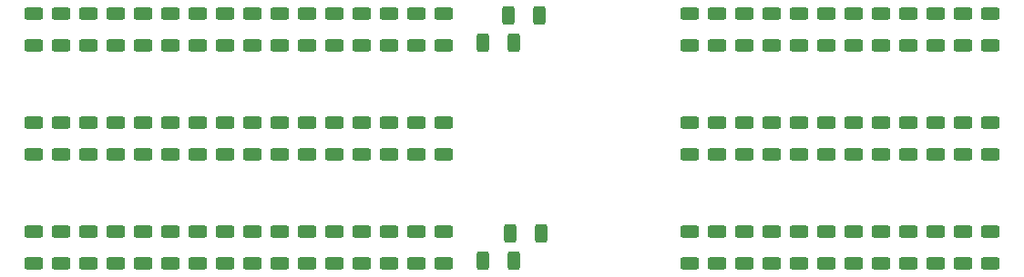
<source format=gbr>
%TF.GenerationSoftware,KiCad,Pcbnew,7.0.5*%
%TF.CreationDate,2024-12-02T20:38:50-05:00*%
%TF.ProjectId,stepper_motor_controller_2,73746570-7065-4725-9f6d-6f746f725f63,rev?*%
%TF.SameCoordinates,Original*%
%TF.FileFunction,Paste,Bot*%
%TF.FilePolarity,Positive*%
%FSLAX46Y46*%
G04 Gerber Fmt 4.6, Leading zero omitted, Abs format (unit mm)*
G04 Created by KiCad (PCBNEW 7.0.5) date 2024-12-02 20:38:50*
%MOMM*%
%LPD*%
G01*
G04 APERTURE LIST*
G04 Aperture macros list*
%AMRoundRect*
0 Rectangle with rounded corners*
0 $1 Rounding radius*
0 $2 $3 $4 $5 $6 $7 $8 $9 X,Y pos of 4 corners*
0 Add a 4 corners polygon primitive as box body*
4,1,4,$2,$3,$4,$5,$6,$7,$8,$9,$2,$3,0*
0 Add four circle primitives for the rounded corners*
1,1,$1+$1,$2,$3*
1,1,$1+$1,$4,$5*
1,1,$1+$1,$6,$7*
1,1,$1+$1,$8,$9*
0 Add four rect primitives between the rounded corners*
20,1,$1+$1,$2,$3,$4,$5,0*
20,1,$1+$1,$4,$5,$6,$7,0*
20,1,$1+$1,$6,$7,$8,$9,0*
20,1,$1+$1,$8,$9,$2,$3,0*%
G04 Aperture macros list end*
%ADD10RoundRect,0.250000X0.625000X-0.312500X0.625000X0.312500X-0.625000X0.312500X-0.625000X-0.312500X0*%
%ADD11RoundRect,0.250000X-0.625000X0.312500X-0.625000X-0.312500X0.625000X-0.312500X0.625000X0.312500X0*%
%ADD12RoundRect,0.250000X0.312500X0.625000X-0.312500X0.625000X-0.312500X-0.625000X0.312500X-0.625000X0*%
G04 APERTURE END LIST*
D10*
%TO.C,R42*%
X146050000Y-60462500D03*
X146050000Y-57537500D03*
%TD*%
D11*
%TO.C,R27*%
X207010000Y-67697500D03*
X207010000Y-70622500D03*
%TD*%
D10*
%TO.C,R75*%
X222250000Y-60462500D03*
X222250000Y-57537500D03*
%TD*%
D11*
%TO.C,R44*%
X158750000Y-67697500D03*
X158750000Y-70622500D03*
%TD*%
%TO.C,R43*%
X166370000Y-67697500D03*
X166370000Y-70622500D03*
%TD*%
%TO.C,R3*%
X146050000Y-67697500D03*
X146050000Y-70622500D03*
%TD*%
D10*
%TO.C,R88*%
X214630000Y-80782500D03*
X214630000Y-77857500D03*
%TD*%
%TO.C,R39*%
X151130000Y-60462500D03*
X151130000Y-57537500D03*
%TD*%
%TO.C,R81*%
X199390000Y-60462500D03*
X199390000Y-57537500D03*
%TD*%
D11*
%TO.C,R12*%
X151130000Y-67697500D03*
X151130000Y-70622500D03*
%TD*%
D10*
%TO.C,R62*%
X173990000Y-80782500D03*
X173990000Y-77857500D03*
%TD*%
%TO.C,R10*%
X163830000Y-60462500D03*
X163830000Y-57537500D03*
%TD*%
%TO.C,R22*%
X207010000Y-80782500D03*
X207010000Y-77857500D03*
%TD*%
%TO.C,R20*%
X217170000Y-60462500D03*
X217170000Y-57537500D03*
%TD*%
%TO.C,R1*%
X148590000Y-60462500D03*
X148590000Y-57537500D03*
%TD*%
D11*
%TO.C,R72*%
X140970000Y-67697500D03*
X140970000Y-70622500D03*
%TD*%
D10*
%TO.C,R9*%
X161290000Y-60462500D03*
X161290000Y-57537500D03*
%TD*%
%TO.C,R61*%
X171450000Y-80782500D03*
X171450000Y-77857500D03*
%TD*%
D12*
%TO.C,R18*%
X183072500Y-60270000D03*
X180147500Y-60270000D03*
%TD*%
D10*
%TO.C,R85*%
X222250000Y-80782500D03*
X222250000Y-77857500D03*
%TD*%
D11*
%TO.C,R28*%
X199390000Y-67697500D03*
X199390000Y-70622500D03*
%TD*%
%TO.C,R77*%
X204470000Y-67697500D03*
X204470000Y-70622500D03*
%TD*%
D10*
%TO.C,R54*%
X166370000Y-60462500D03*
X166370000Y-57537500D03*
%TD*%
D12*
%TO.C,R17*%
X185420000Y-57730000D03*
X182495000Y-57730000D03*
%TD*%
D11*
%TO.C,R31*%
X214630000Y-67697500D03*
X214630000Y-70622500D03*
%TD*%
D10*
%TO.C,R70*%
X156210000Y-80782500D03*
X156210000Y-77857500D03*
%TD*%
D11*
%TO.C,R59*%
X173990000Y-67697500D03*
X173990000Y-70622500D03*
%TD*%
%TO.C,R47*%
X176530000Y-67697500D03*
X176530000Y-70622500D03*
%TD*%
%TO.C,R58*%
X161290000Y-67697500D03*
X161290000Y-70622500D03*
%TD*%
%TO.C,R79*%
X217170000Y-67697500D03*
X217170000Y-70622500D03*
%TD*%
%TO.C,R57*%
X163830000Y-67697500D03*
X163830000Y-70622500D03*
%TD*%
D12*
%TO.C,R51*%
X185612500Y-78050000D03*
X182687500Y-78050000D03*
%TD*%
D10*
%TO.C,R36*%
X204470000Y-60462500D03*
X204470000Y-57537500D03*
%TD*%
%TO.C,R6*%
X143510000Y-60462500D03*
X143510000Y-57537500D03*
%TD*%
%TO.C,R21*%
X199390000Y-80782500D03*
X199390000Y-77857500D03*
%TD*%
%TO.C,R14*%
X176530000Y-60462500D03*
X176530000Y-57537500D03*
%TD*%
%TO.C,R69*%
X148590000Y-80782500D03*
X148590000Y-77857500D03*
%TD*%
%TO.C,R24*%
X227330000Y-60462500D03*
X227330000Y-57537500D03*
%TD*%
%TO.C,R73*%
X212090000Y-60462500D03*
X212090000Y-57537500D03*
%TD*%
%TO.C,R8*%
X153670000Y-80782500D03*
X153670000Y-77857500D03*
%TD*%
%TO.C,R23*%
X219710000Y-60462500D03*
X219710000Y-57537500D03*
%TD*%
%TO.C,R56*%
X173990000Y-60462500D03*
X173990000Y-57537500D03*
%TD*%
%TO.C,R63*%
X161290000Y-80782500D03*
X161290000Y-77857500D03*
%TD*%
%TO.C,R82*%
X207010000Y-60462500D03*
X207010000Y-57537500D03*
%TD*%
%TO.C,R66*%
X146050000Y-80782500D03*
X146050000Y-77857500D03*
%TD*%
D11*
%TO.C,R32*%
X209550000Y-67697500D03*
X209550000Y-70622500D03*
%TD*%
%TO.C,R80*%
X212090000Y-67697500D03*
X212090000Y-70622500D03*
%TD*%
D10*
%TO.C,R5*%
X140970000Y-60462500D03*
X140970000Y-57537500D03*
%TD*%
%TO.C,R53*%
X158750000Y-60462500D03*
X158750000Y-57537500D03*
%TD*%
%TO.C,R7*%
X151130000Y-80782500D03*
X151130000Y-77857500D03*
%TD*%
%TO.C,R74*%
X214630000Y-60462500D03*
X214630000Y-57537500D03*
%TD*%
%TO.C,R30*%
X227330000Y-80782500D03*
X227330000Y-77857500D03*
%TD*%
%TO.C,R29*%
X219710000Y-80782500D03*
X219710000Y-77857500D03*
%TD*%
%TO.C,R50*%
X176530000Y-80782500D03*
X176530000Y-77857500D03*
%TD*%
D11*
%TO.C,R67*%
X156210000Y-67697500D03*
X156210000Y-70622500D03*
%TD*%
D10*
%TO.C,R13*%
X171450000Y-60462500D03*
X171450000Y-57537500D03*
%TD*%
%TO.C,R16*%
X143510000Y-80782500D03*
X143510000Y-77857500D03*
%TD*%
D11*
%TO.C,R60*%
X171450000Y-67697500D03*
X171450000Y-70622500D03*
%TD*%
D10*
%TO.C,R89*%
X201930000Y-80782500D03*
X201930000Y-77857500D03*
%TD*%
%TO.C,R87*%
X212090000Y-80782500D03*
X212090000Y-77857500D03*
%TD*%
%TO.C,R45*%
X158750000Y-80782500D03*
X158750000Y-77857500D03*
%TD*%
D11*
%TO.C,R33*%
X224790000Y-67697500D03*
X224790000Y-70622500D03*
%TD*%
D10*
%TO.C,R40*%
X156210000Y-60462500D03*
X156210000Y-57537500D03*
%TD*%
D11*
%TO.C,R48*%
X168910000Y-67697500D03*
X168910000Y-70622500D03*
%TD*%
D10*
%TO.C,R2*%
X153670000Y-60462500D03*
X153670000Y-57537500D03*
%TD*%
%TO.C,R25*%
X209550000Y-80782500D03*
X209550000Y-77857500D03*
%TD*%
%TO.C,R49*%
X168910000Y-80782500D03*
X168910000Y-77857500D03*
%TD*%
%TO.C,R46*%
X166370000Y-80782500D03*
X166370000Y-77857500D03*
%TD*%
%TO.C,R65*%
X140970000Y-80782500D03*
X140970000Y-77857500D03*
%TD*%
D11*
%TO.C,R34*%
X219710000Y-67697500D03*
X219710000Y-70622500D03*
%TD*%
D10*
%TO.C,R26*%
X217170000Y-80782500D03*
X217170000Y-77857500D03*
%TD*%
D11*
%TO.C,R68*%
X148590000Y-67697500D03*
X148590000Y-70622500D03*
%TD*%
D10*
%TO.C,R15*%
X138430000Y-80782500D03*
X138430000Y-77857500D03*
%TD*%
%TO.C,R19*%
X209550000Y-60462500D03*
X209550000Y-57537500D03*
%TD*%
D12*
%TO.C,R52*%
X183072500Y-80590000D03*
X180147500Y-80590000D03*
%TD*%
D11*
%TO.C,R84*%
X222250000Y-67697500D03*
X222250000Y-70622500D03*
%TD*%
D10*
%TO.C,R41*%
X138430000Y-60462500D03*
X138430000Y-57537500D03*
%TD*%
D11*
%TO.C,R83*%
X227330000Y-67697500D03*
X227330000Y-70622500D03*
%TD*%
D10*
%TO.C,R64*%
X163830000Y-80782500D03*
X163830000Y-77857500D03*
%TD*%
D11*
%TO.C,R78*%
X201930000Y-67697500D03*
X201930000Y-70622500D03*
%TD*%
D10*
%TO.C,R86*%
X224790000Y-80782500D03*
X224790000Y-77857500D03*
%TD*%
D11*
%TO.C,R4*%
X138430000Y-67697500D03*
X138430000Y-70622500D03*
%TD*%
D10*
%TO.C,R55*%
X168910000Y-60462500D03*
X168910000Y-57537500D03*
%TD*%
%TO.C,R76*%
X224790000Y-60462500D03*
X224790000Y-57537500D03*
%TD*%
D11*
%TO.C,R71*%
X143510000Y-67697500D03*
X143510000Y-70622500D03*
%TD*%
D10*
%TO.C,R35*%
X201930000Y-60462500D03*
X201930000Y-57537500D03*
%TD*%
%TO.C,R90*%
X204470000Y-80782500D03*
X204470000Y-77857500D03*
%TD*%
D11*
%TO.C,R11*%
X153670000Y-67697500D03*
X153670000Y-70622500D03*
%TD*%
M02*

</source>
